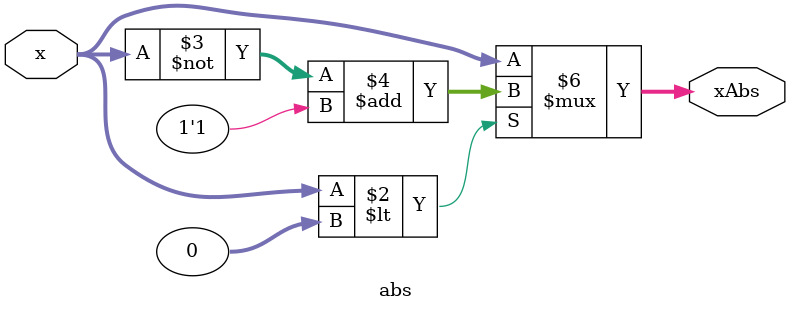
<source format=v>
module abs #(
parameter DW = 16
)(
input wire signed [(DW - 1) : 0] x, //输入16位有符号数
output reg [(DW - 1) : 0] xAbs //输出的x的绝对值
);

always @* begin
    if(x < 0)
        xAbs = ~x + 1'b1;
    else
        xAbs = x;
end

endmodule
</source>
